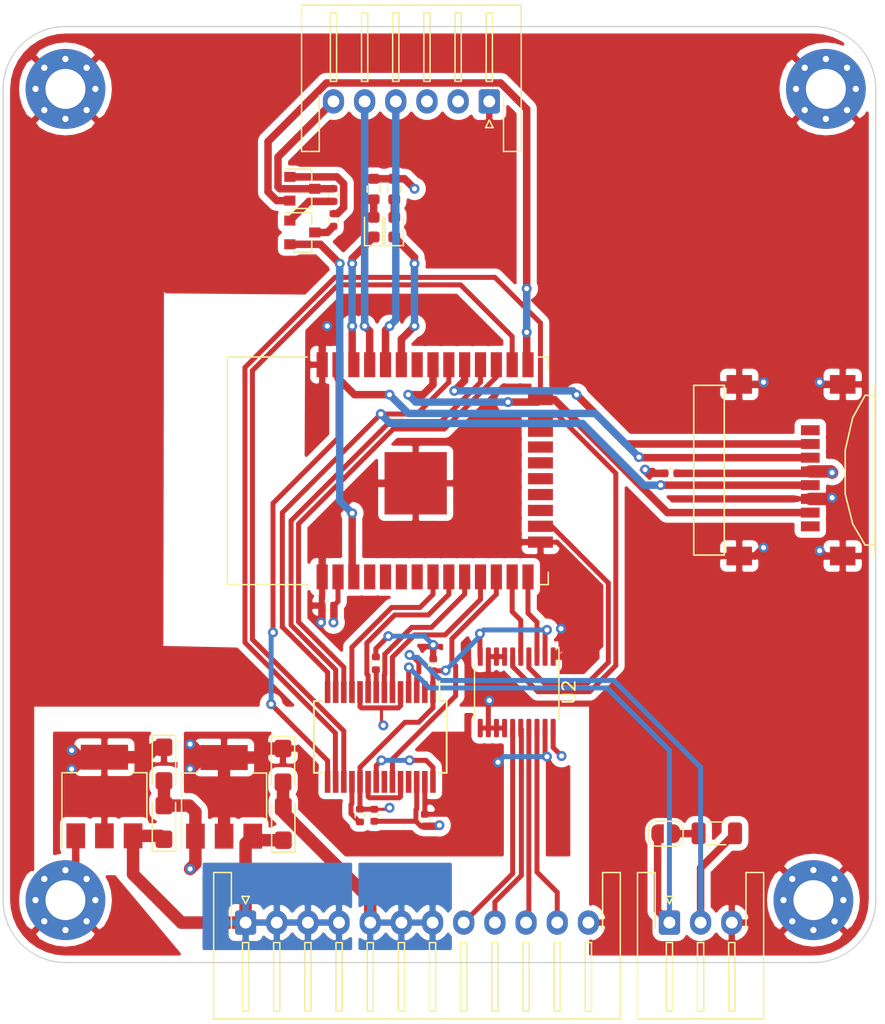
<source format=kicad_pcb>
(kicad_pcb (version 20171130) (host pcbnew 5.1.10)
  (layers (0 F.Cu signal) (1 In1.Cu power hide) (2 In2.Cu power hide) (31 B.Cu signal hide) (34 B.Paste user) (35 F.Paste user) (36 B.SilkS user) (37 F.SilkS user) (38 B.Mask user) (39 F.Mask user) (44 Edge.Cuts user))
  (net 0 "")
  (net 1 GND)
  (net 2 +12V)
  (net 3 +3V3)
  (net 4 +5V)
  (net 5 "Net-(D1-Pad2)")
  (net 6 /STATUS0)
  (net 7 /STATUS1)
  (net 8 "Net-(D2-Pad2)")
  (net 9 /SD_D3)
  (net 10 /SD_CMD)
  (net 11 /SD_CLK)
  (net 12 /SD_D0)
  (net 13 /FTDI_TX)
  (net 14 /FTDI_RX)
  (net 15 /FTDI_DTR)
  (net 16 /LED0_OUT)
  (net 17 /LED1_OUT)
  (net 18 /LED2_OUT)
  (net 19 /LED3_OUT)
  (net 20 /CANH)
  (net 21 /CANL)
  (net 22 "Net-(JP1-Pad2)")
  (net 23 /FTDI_RTS)
  (net 24 "Net-(Q1-Pad1)")
  (net 25 "Net-(Q2-Pad1)")
  (net 26 "Net-(R5-Pad1)")
  (net 27 "Net-(R6-Pad1)")
  (net 28 /LED0)
  (net 29 /LED1)
  (net 30 /LED2)
  (net 31 /LED3)
  (net 32 /XTAL_OUT)
  (net 33 /CAN_TX0_RTS)
  (net 34 /CAN_TX2_RTS)
  (net 35 /CAN_TX1_RTS)
  (net 36 /CAN_RX1_BF)
  (net 37 /SPI_CS)
  (net 38 /CAN_RX0_BF)
  (net 39 /CAN_INT)
  (net 40 "Net-(U5-Pad20)")
  (net 41 "Net-(U5-Pad21)")
  (net 42 /RESET)
  (net 43 /GPIO0)
  (module MountingHole:MountingHole_3.2mm_M3_Pad_Via (layer F.Cu) (at 85 90)
    (fp_text reference H4)
    (fp_text value MountingHole_Pad)
    (pad 1 thru_hole circle (at 1.697056 -1.697056) (size 0.8 0.8) (drill 0.5) (layers *.Cu *.Mask) (net 1 GND))
    (pad 1 thru_hole circle (at 0 -2.4) (size 0.8 0.8) (drill 0.5) (layers *.Cu *.Mask) (net 1 GND))
    (pad 1 thru_hole circle (at -1.697056 -1.697056) (size 0.8 0.8) (drill 0.5) (layers *.Cu *.Mask) (net 1 GND))
    (pad 1 thru_hole circle (at -2.4 0) (size 0.8 0.8) (drill 0.5) (layers *.Cu *.Mask) (net 1 GND))
    (pad 1 thru_hole circle (at -1.697056 1.697056) (size 0.8 0.8) (drill 0.5) (layers *.Cu *.Mask) (net 1 GND))
    (pad 1 thru_hole circle (at 0 2.4) (size 0.8 0.8) (drill 0.5) (layers *.Cu *.Mask) (net 1 GND))
    (pad 1 thru_hole circle (at 1.697056 1.697056) (size 0.8 0.8) (drill 0.5) (layers *.Cu *.Mask) (net 1 GND))
    (pad 1 thru_hole circle (at 2.4 0) (size 0.8 0.8) (drill 0.5) (layers *.Cu *.Mask) (net 1 GND))
    (pad 1 thru_hole circle (at 0 0) (size 6.4 6.4) (drill 3.2) (layers *.Cu *.Mask) (net 1 GND))
  )
  (module MountingHole:MountingHole_3.2mm_M3_Pad_Via (layer F.Cu) (at 25 90)
    (fp_text reference H3)
    (fp_text value MountingHole_Pad)
    (pad 1 thru_hole circle (at 1.697056 -1.697056) (size 0.8 0.8) (drill 0.5) (layers *.Cu *.Mask) (net 1 GND))
    (pad 1 thru_hole circle (at 0 -2.4) (size 0.8 0.8) (drill 0.5) (layers *.Cu *.Mask) (net 1 GND))
    (pad 1 thru_hole circle (at -1.697056 -1.697056) (size 0.8 0.8) (drill 0.5) (layers *.Cu *.Mask) (net 1 GND))
    (pad 1 thru_hole circle (at -2.4 0) (size 0.8 0.8) (drill 0.5) (layers *.Cu *.Mask) (net 1 GND))
    (pad 1 thru_hole circle (at -1.697056 1.697056) (size 0.8 0.8) (drill 0.5) (layers *.Cu *.Mask) (net 1 GND))
    (pad 1 thru_hole circle (at 0 2.4) (size 0.8 0.8) (drill 0.5) (layers *.Cu *.Mask) (net 1 GND))
    (pad 1 thru_hole circle (at 1.697056 1.697056) (size 0.8 0.8) (drill 0.5) (layers *.Cu *.Mask) (net 1 GND))
    (pad 1 thru_hole circle (at 2.4 0) (size 0.8 0.8) (drill 0.5) (layers *.Cu *.Mask) (net 1 GND))
    (pad 1 thru_hole circle (at 0 0) (size 6.4 6.4) (drill 3.2) (layers *.Cu *.Mask) (net 1 GND))
  )
  (module MountingHole:MountingHole_3.2mm_M3_Pad_Via (layer F.Cu) (at 86 25)
    (fp_text reference H2)
    (fp_text value MountingHole_Pad)
    (pad 1 thru_hole circle (at 1.697056 -1.697056) (size 0.8 0.8) (drill 0.5) (layers *.Cu *.Mask) (net 1 GND))
    (pad 1 thru_hole circle (at 0 -2.4) (size 0.8 0.8) (drill 0.5) (layers *.Cu *.Mask) (net 1 GND))
    (pad 1 thru_hole circle (at -1.697056 -1.697056) (size 0.8 0.8) (drill 0.5) (layers *.Cu *.Mask) (net 1 GND))
    (pad 1 thru_hole circle (at -2.4 0) (size 0.8 0.8) (drill 0.5) (layers *.Cu *.Mask) (net 1 GND))
    (pad 1 thru_hole circle (at -1.697056 1.697056) (size 0.8 0.8) (drill 0.5) (layers *.Cu *.Mask) (net 1 GND))
    (pad 1 thru_hole circle (at 0 2.4) (size 0.8 0.8) (drill 0.5) (layers *.Cu *.Mask) (net 1 GND))
    (pad 1 thru_hole circle (at 1.697056 1.697056) (size 0.8 0.8) (drill 0.5) (layers *.Cu *.Mask) (net 1 GND))
    (pad 1 thru_hole circle (at 2.4 0) (size 0.8 0.8) (drill 0.5) (layers *.Cu *.Mask) (net 1 GND))
    (pad 1 thru_hole circle (at 0 0) (size 6.4 6.4) (drill 3.2) (layers *.Cu *.Mask) (net 1 GND))
  )
  (module MountingHole:MountingHole_3.2mm_M3_Pad_Via (layer F.Cu) (at 25 25)
    (fp_text reference H1)
    (fp_text value MountingHole_Pad)
    (pad 1 thru_hole circle (at 1.697056 -1.697056) (size 0.8 0.8) (drill 0.5) (layers *.Cu *.Mask) (net 1 GND))
    (pad 1 thru_hole circle (at 0 -2.4) (size 0.8 0.8) (drill 0.5) (layers *.Cu *.Mask) (net 1 GND))
    (pad 1 thru_hole circle (at -1.697056 -1.697056) (size 0.8 0.8) (drill 0.5) (layers *.Cu *.Mask) (net 1 GND))
    (pad 1 thru_hole circle (at -2.4 0) (size 0.8 0.8) (drill 0.5) (layers *.Cu *.Mask) (net 1 GND))
    (pad 1 thru_hole circle (at -1.697056 1.697056) (size 0.8 0.8) (drill 0.5) (layers *.Cu *.Mask) (net 1 GND))
    (pad 1 thru_hole circle (at 0 2.4) (size 0.8 0.8) (drill 0.5) (layers *.Cu *.Mask) (net 1 GND))
    (pad 1 thru_hole circle (at 1.697056 1.697056) (size 0.8 0.8) (drill 0.5) (layers *.Cu *.Mask) (net 1 GND))
    (pad 1 thru_hole circle (at 2.4 0) (size 0.8 0.8) (drill 0.5) (layers *.Cu *.Mask) (net 1 GND))
    (pad 1 thru_hole circle (at 0 0) (size 6.4 6.4) (drill 3.2) (layers *.Cu *.Mask) (net 1 GND))
  )
  (module Capacitor_Tantalum_SMD:CP_EIA-3216-18_Kemet-A (layer F.Cu) (at 42.475001 83.85 90)
    (fp_text reference C1)
    (fp_text value 10u)
    (pad 2 smd roundrect (at 1.35 0 90) (size 1.4 1.35) (layers F.Cu F.Paste F.Mask) (roundrect_rratio 0.185185) (net 1 GND))
    (pad 1 smd roundrect (at -1.35 0 90) (size 1.4 1.35) (layers F.Cu F.Paste F.Mask) (roundrect_rratio 0.185185) (net 2 +12V))
  )
  (module Capacitor_Tantalum_SMD:CP_EIA-3216-18_Kemet-A (layer F.Cu) (at 32.9 79.1 270)
    (fp_text reference C2)
    (fp_text value 10u)
    (pad 1 smd roundrect (at -1.35 0 270) (size 1.4 1.35) (layers F.Cu F.Paste F.Mask) (roundrect_rratio 0.185185) (net 3 +3V3))
    (pad 2 smd roundrect (at 1.35 0 270) (size 1.4 1.35) (layers F.Cu F.Paste F.Mask) (roundrect_rratio 0.185185) (net 1 GND))
  )
  (module Capacitor_Tantalum_SMD:CP_EIA-3216-18_Kemet-A (layer F.Cu) (at 32.900001 83.775 90)
    (fp_text reference C3)
    (fp_text value 10u)
    (pad 1 smd roundrect (at -1.35 0 90) (size 1.4 1.35) (layers F.Cu F.Paste F.Mask) (roundrect_rratio 0.185185) (net 2 +12V))
    (pad 2 smd roundrect (at 1.35 0 90) (size 1.4 1.35) (layers F.Cu F.Paste F.Mask) (roundrect_rratio 0.185185) (net 1 GND))
  )
  (module Capacitor_Tantalum_SMD:CP_EIA-3216-18_Kemet-A (layer F.Cu) (at 42.45 79.2 270)
    (fp_text reference C4)
    (fp_text value 10u)
    (pad 2 smd roundrect (at 1.35 0 270) (size 1.4 1.35) (layers F.Cu F.Paste F.Mask) (roundrect_rratio 0.185185) (net 1 GND))
    (pad 1 smd roundrect (at -1.35 0 270) (size 1.4 1.35) (layers F.Cu F.Paste F.Mask) (roundrect_rratio 0.185185) (net 4 +5V))
  )
  (module Capacitor_SMD:C_0402_1005Metric (layer F.Cu) (at 73.574999 55.8)
    (fp_text reference C5)
    (fp_text value 100n)
    (pad 1 smd roundrect (at -0.48 0) (size 0.56 0.62) (layers F.Cu F.Paste F.Mask) (net 1 GND))
    (pad 2 smd roundrect (at 0.48 0) (size 0.56 0.62) (layers F.Cu F.Paste F.Mask) (net 3 +3V3))
  )
  (module Capacitor_SMD:C_0402_1005Metric (layer F.Cu) (at 46.055 66.4)
    (fp_text reference C6)
    (fp_text value 100n)
    (pad 2 smd roundrect (at 0.48 0) (size 0.56 0.62) (layers F.Cu F.Paste F.Mask) (net 3 +3V3))
    (pad 1 smd roundrect (at -0.48 0) (size 0.56 0.62) (layers F.Cu F.Paste F.Mask) (net 1 GND))
  )
  (module Capacitor_SMD:C_0402_1005Metric (layer F.Cu) (at 54.5 71.15 270)
    (fp_text reference C7)
    (fp_text value 100n)
    (pad 2 smd roundrect (at 0.48 0 270) (size 0.56 0.62) (layers F.Cu F.Paste F.Mask) (net 3 +3V3))
    (pad 1 smd roundrect (at -0.48 0 270) (size 0.56 0.62) (layers F.Cu F.Paste F.Mask) (net 1 GND))
  )
  (module Capacitor_SMD:C_0402_1005Metric (layer F.Cu) (at 49.775 83.2 90)
    (fp_text reference C8)
    (fp_text value 100n)
    (pad 1 smd roundrect (at -0.48 0 90) (size 0.56 0.62) (layers F.Cu F.Paste F.Mask) (net 1 GND))
    (pad 2 smd roundrect (at 0.48 0 90) (size 0.56 0.62) (layers F.Cu F.Paste F.Mask) (net 3 +3V3))
  )
  (module Capacitor_SMD:C_0402_1005Metric (layer F.Cu) (at 53.825 83.6 90)
    (fp_text reference C9)
    (fp_text value 100n)
    (pad 2 smd roundrect (at 0.48 0 90) (size 0.56 0.62) (layers F.Cu F.Paste F.Mask) (net 4 +5V))
    (pad 1 smd roundrect (at -0.48 0 90) (size 0.56 0.62) (layers F.Cu F.Paste F.Mask) (net 1 GND))
  )
  (module LED_SMD:LED_0603_1608Metric (layer F.Cu) (at 51.375 36.075 90)
    (fp_text reference D1)
    (fp_text value LED_Small)
    (pad 2 smd roundrect (at 0.7875 0 90) (size 0.875 0.95) (layers F.Cu F.Paste F.Mask) (net 5 "Net-(D1-Pad2)"))
    (pad 1 smd roundrect (at -0.7875 0 90) (size 0.875 0.95) (layers F.Cu F.Paste F.Mask) (net 6 /STATUS0))
  )
  (module LED_SMD:LED_0603_1608Metric (layer F.Cu) (at 49.724999 36.075 90)
    (fp_text reference D2)
    (fp_text value LED_Small)
    (pad 1 smd roundrect (at -0.7875 0 90) (size 0.875 0.95) (layers F.Cu F.Paste F.Mask) (net 7 /STATUS1))
    (pad 2 smd roundrect (at 0.7875 0 90) (size 0.875 0.95) (layers F.Cu F.Paste F.Mask) (net 8 "Net-(D2-Pad2)"))
  )
  (module Connector_SDCard:MOLEX_47219-2001 (layer F.Cu) (at 82.65 55.55 90)
    (fp_text reference J1)
    (fp_text value Micro_SD_Card)
    (pad 1 smd rect (at 3.2 2.1 90) (size 0.8 1.5) (layers F.Cu F.Paste F.Mask))
    (pad 2 smd rect (at 2.1 2.1 90) (size 0.8 1.5) (layers F.Cu F.Paste F.Mask) (net 9 /SD_D3))
    (pad 3 smd rect (at 1 2.1 90) (size 0.8 1.5) (layers F.Cu F.Paste F.Mask) (net 10 /SD_CMD))
    (pad 4 smd rect (at -0.1 2.1 90) (size 0.8 1.5) (layers F.Cu F.Paste F.Mask) (net 3 +3V3))
    (pad 5 smd rect (at -1.2 2.1 90) (size 0.8 1.5) (layers F.Cu F.Paste F.Mask) (net 11 /SD_CLK))
    (pad 6 smd rect (at -2.3 2.1 90) (size 0.8 1.5) (layers F.Cu F.Paste F.Mask) (net 1 GND))
    (pad 7 smd rect (at -3.4 2.1 90) (size 0.8 1.5) (layers F.Cu F.Paste F.Mask) (net 12 /SD_D0))
    (pad 8 smd rect (at -4.5 2.1 90) (size 0.8 1.5) (layers F.Cu F.Paste F.Mask))
    (pad G1 smd rect (at 6.875 4.7 90) (size 1.5 2.05) (layers F.Cu F.Paste F.Mask) (net 1 GND))
    (pad G2 smd rect (at 6.875 -3.6 90) (size 1.5 2.05) (layers F.Cu F.Paste F.Mask) (net 1 GND))
    (pad G3 smd rect (at -6.875 -3.6 90) (size 1.5 2.05) (layers F.Cu F.Paste F.Mask) (net 1 GND))
    (pad G4 smd rect (at -6.875 4.7 90) (size 1.5 2.05) (layers F.Cu F.Paste F.Mask) (net 1 GND))
  )
  (module Connector_JST:JST_XH_S6B-XH-A-1_1x06_P2.50mm_Horizontal (layer F.Cu) (at 59 26 180)
    (fp_text reference J2)
    (fp_text value FTDI)
    (pad 1 thru_hole roundrect (at 0 0 180) (size 1.7 1.95) (drill 0.95) (layers *.Cu *.Mask) (roundrect_rratio 0.147059) (net 1 GND))
    (pad 2 thru_hole oval (at 2.5 0 180) (size 1.7 1.95) (drill 0.95) (layers *.Cu *.Mask))
    (pad 3 thru_hole oval (at 5 0 180) (size 1.7 1.95) (drill 0.95) (layers *.Cu *.Mask))
    (pad 4 thru_hole oval (at 7.5 0 180) (size 1.7 1.95) (drill 0.95) (layers *.Cu *.Mask) (net 13 /FTDI_TX))
    (pad 5 thru_hole oval (at 10 0 180) (size 1.7 1.95) (drill 0.95) (layers *.Cu *.Mask) (net 14 /FTDI_RX))
    (pad 6 thru_hole oval (at 12.5 0 180) (size 1.7 1.95) (drill 0.95) (layers *.Cu *.Mask) (net 15 /FTDI_DTR))
  )
  (module Connector_JST:JST_XH_S12B-XH-A-1_1x12_P2.50mm_Horizontal (layer F.Cu) (at 39.45 91.8)
    (fp_text reference J3)
    (fp_text value LEDS)
    (pad 1 thru_hole roundrect (at 0 0) (size 1.7 1.95) (drill 0.95) (layers *.Cu *.Mask) (roundrect_rratio 0.147059) (net 2 +12V))
    (pad 2 thru_hole oval (at 2.5 0) (size 1.7 1.95) (drill 0.95) (layers *.Cu *.Mask) (net 2 +12V))
    (pad 3 thru_hole oval (at 5 0) (size 1.7 1.95) (drill 0.95) (layers *.Cu *.Mask) (net 2 +12V))
    (pad 4 thru_hole oval (at 7.5 0) (size 1.7 1.95) (drill 0.95) (layers *.Cu *.Mask) (net 2 +12V))
    (pad 5 thru_hole oval (at 10 0) (size 1.7 1.95) (drill 0.95) (layers *.Cu *.Mask) (net 1 GND))
    (pad 6 thru_hole oval (at 12.5 0) (size 1.7 1.95) (drill 0.95) (layers *.Cu *.Mask) (net 1 GND))
    (pad 7 thru_hole oval (at 15 0) (size 1.7 1.95) (drill 0.95) (layers *.Cu *.Mask) (net 1 GND))
    (pad 8 thru_hole oval (at 17.5 0) (size 1.7 1.95) (drill 0.95) (layers *.Cu *.Mask) (net 19 /LED3_OUT))
    (pad 9 thru_hole oval (at 20 0) (size 1.7 1.95) (drill 0.95) (layers *.Cu *.Mask) (net 18 /LED2_OUT))
    (pad 10 thru_hole oval (at 22.5 0) (size 1.7 1.95) (drill 0.95) (layers *.Cu *.Mask) (net 16 /LED0_OUT))
    (pad 11 thru_hole oval (at 25 0) (size 1.7 1.95) (drill 0.95) (layers *.Cu *.Mask) (net 17 /LED1_OUT))
    (pad 12 thru_hole oval (at 27.5 0) (size 1.7 1.95) (drill 0.95) (layers *.Cu *.Mask) (net 1 GND))
  )
  (module Connector_JST:JST_XH_S3B-XH-A-1_1x03_P2.50mm_Horizontal (layer F.Cu) (at 73.45 91.8)
    (fp_text reference J4)
    (fp_text value CAN)
    (pad 1 thru_hole roundrect (at 0 0) (size 1.7 1.95) (drill 0.95) (layers *.Cu *.Mask) (roundrect_rratio 0.147059) (net 20 /CANH))
    (pad 2 thru_hole oval (at 2.5 0) (size 1.7 1.95) (drill 0.95) (layers *.Cu *.Mask) (net 21 /CANL))
    (pad 3 thru_hole oval (at 5 0) (size 1.7 1.95) (drill 0.95) (layers *.Cu *.Mask) (net 1 GND))
  )
  (module Jumper:SolderJumper-2_P1.3mm_Open_RoundedPad1.0x1.5mm (layer F.Cu) (at 73.15 84.675)
    (fp_text reference JP1)
    (fp_text value Jumper_NO_Small)
    (pad 1 smd custom (at -0.65 0) (size 1 0.5) (layers F.Cu F.Mask) (net 20 /CANH) (options (clearance outline) (anchor rect)) (primitives (gr_circle (center 0 0.25) (end 0.5 0.25) (width 0)) (gr_circle (center 0 -0.25) (end 0.5 -0.25) (width 0)) (gr_poly (pts (xy 0 -0.75) (xy 0.5 -0.75) (xy 0.5 0.75) (xy 0 0.75)) (width 0))))
    (pad 2 smd custom (at 0.65 0) (size 1 0.5) (layers F.Cu F.Mask) (net 22 "Net-(JP1-Pad2)") (options (clearance outline) (anchor rect)) (primitives (gr_circle (center 0 0.25) (end 0.5 0.25) (width 0)) (gr_circle (center 0 -0.25) (end 0.5 -0.25) (width 0)) (gr_poly (pts (xy 0 -0.75) (xy -0.5 -0.75) (xy -0.5 0.75) (xy 0 0.75)) (width 0))))
  )
  (module Package_TO_SOT_SMD:SOT-23 (layer F.Cu) (at 44 36.5)
    (fp_text reference Q1)
    (fp_text value SS8050)
    (pad 3 smd rect (at 1 0) (size 0.9 0.8) (layers F.Cu F.Paste F.Mask) (net 23 /FTDI_RTS))
    (pad 2 smd rect (at -1 0.95) (size 0.9 0.8) (layers F.Cu F.Paste F.Mask) (net 42 /RESET))
    (pad 1 smd rect (at -1 -0.95) (size 0.9 0.8) (layers F.Cu F.Paste F.Mask) (net 24 "Net-(Q1-Pad1)"))
  )
  (module Package_TO_SOT_SMD:SOT-23 (layer F.Cu) (at 44 33)
    (fp_text reference Q2)
    (fp_text value SS8050)
    (pad 1 smd rect (at -1 -0.95) (size 0.9 0.8) (layers F.Cu F.Paste F.Mask) (net 25 "Net-(Q2-Pad1)"))
    (pad 2 smd rect (at -1 0.95) (size 0.9 0.8) (layers F.Cu F.Paste F.Mask) (net 43 /GPIO0))
    (pad 3 smd rect (at 1 0) (size 0.9 0.8) (layers F.Cu F.Paste F.Mask) (net 15 /FTDI_DTR))
  )
  (module Resistor_SMD:R_0402_1005Metric (layer F.Cu) (at 46.5 33.5 90)
    (fp_text reference R1)
    (fp_text value 10k)
    (pad 1 smd roundrect (at -0.51 0 90) (size 0.54 0.64) (layers F.Cu F.Paste F.Mask) (net 24 "Net-(Q1-Pad1)"))
    (pad 2 smd roundrect (at 0.51 0 90) (size 0.54 0.64) (layers F.Cu F.Paste F.Mask) (net 15 /FTDI_DTR))
  )
  (module Resistor_SMD:R_0402_1005Metric (layer F.Cu) (at 46.5 35.5 270)
    (fp_text reference R2)
    (fp_text value 10k)
    (pad 2 smd roundrect (at 0.51 0 270) (size 0.54 0.64) (layers F.Cu F.Paste F.Mask) (net 23 /FTDI_RTS))
    (pad 1 smd roundrect (at -0.51 0 270) (size 0.54 0.64) (layers F.Cu F.Paste F.Mask) (net 25 "Net-(Q2-Pad1)"))
  )
  (module Resistor_SMD:R_0603_1608Metric (layer F.Cu) (at 51.375 33.025 270)
    (fp_text reference R3)
    (fp_text value R_Small)
    (pad 2 smd roundrect (at 0.825 0 270) (size 0.8 0.95) (layers F.Cu F.Paste F.Mask) (net 5 "Net-(D1-Pad2)"))
    (pad 1 smd roundrect (at -0.825 0 270) (size 0.8 0.95) (layers F.Cu F.Paste F.Mask) (net 3 +3V3))
  )
  (module Resistor_SMD:R_0603_1608Metric (layer F.Cu) (at 49.725 33.025 270)
    (fp_text reference R4)
    (fp_text value R_Small)
    (pad 1 smd roundrect (at -0.825 0 270) (size 0.8 0.95) (layers F.Cu F.Paste F.Mask) (net 3 +3V3))
    (pad 2 smd roundrect (at 0.825 0 270) (size 0.8 0.95) (layers F.Cu F.Paste F.Mask) (net 8 "Net-(D2-Pad2)"))
  )
  (module Resistor_SMD:R_0402_1005Metric (layer F.Cu) (at 48.625 83.225 90)
    (fp_text reference R5)
    (fp_text value 10k)
    (pad 2 smd roundrect (at 0.51 0 90) (size 0.54 0.64) (layers F.Cu F.Paste F.Mask) (net 3 +3V3))
    (pad 1 smd roundrect (at -0.51 0 90) (size 0.54 0.64) (layers F.Cu F.Paste F.Mask) (net 26 "Net-(R5-Pad1)"))
  )
  (module Resistor_SMD:R_0402_1005Metric (layer F.Cu) (at 49.9 71.025 90)
    (fp_text reference R6)
    (fp_text value 10k)
    (pad 2 smd roundrect (at 0.51 0 90) (size 0.54 0.64) (layers F.Cu F.Paste F.Mask) (net 1 GND))
    (pad 1 smd roundrect (at -0.51 0 90) (size 0.54 0.64) (layers F.Cu F.Paste F.Mask) (net 27 "Net-(R6-Pad1)"))
  )
  (module Package_TO_SOT_SMD:SOT-223-3_TabPin2 (layer F.Cu) (at 28.125 81.700001 90)
    (fp_text reference U1)
    (fp_text value AMS1117-3.3)
    (pad 1 smd rect (at -3.15 -2.3 90) (size 2 1.5) (layers F.Cu F.Paste F.Mask) (net 1 GND))
    (pad 3 smd rect (at -3.15 2.3 90) (size 2 1.5) (layers F.Cu F.Paste F.Mask) (net 2 +12V))
    (pad 2 smd rect (at -3.15 0 90) (size 2 1.5) (layers F.Cu F.Paste F.Mask) (net 3 +3V3))
    (pad 2 smd rect (at 3.15 0 90) (size 2 3.8) (layers F.Cu F.Paste F.Mask) (net 3 +3V3))
  )
  (module Package_SO:TSSOP-20_4.4x6.5mm_P0.65mm (layer F.Cu) (at 61.2 73.35 270)
    (fp_text reference U2 (at 0 -4.2 90) (layer F.SilkS))
    (fp_text value TXS0108EPW)
    (pad 1 smd roundrect (at -2.8625 -2.925 270) (size 1.475 0.4) (layers F.Cu F.Paste F.Mask) (net 1 GND))
    (pad 2 smd roundrect (at -2.8625 -2.275 270) (size 1.475 0.4) (layers F.Cu F.Paste F.Mask) (net 3 +3V3))
    (pad 3 smd roundrect (at -2.8625 -1.625 270) (size 1.475 0.4) (layers F.Cu F.Paste F.Mask) (net 29 /LED1))
    (pad 4 smd roundrect (at -2.8625 -0.975 270) (size 1.475 0.4) (layers F.Cu F.Paste F.Mask) (net 28 /LED0))
    (pad 5 smd roundrect (at -2.8625 -0.325 270) (size 1.475 0.4) (layers F.Cu F.Paste F.Mask) (net 30 /LED2))
    (pad 6 smd roundrect (at -2.8625 0.325 270) (size 1.475 0.4) (layers F.Cu F.Paste F.Mask) (net 31 /LED3))
    (pad 7 smd roundrect (at -2.8625 0.975 270) (size 1.475 0.4) (layers F.Cu F.Paste F.Mask) (net 1 GND))
    (pad 8 smd roundrect (at -2.8625 1.625 270) (size 1.475 0.4) (layers F.Cu F.Paste F.Mask) (net 1 GND))
    (pad 9 smd roundrect (at -2.8625 2.275 270) (size 1.475 0.4) (layers F.Cu F.Paste F.Mask) (net 1 GND))
    (pad 10 smd roundrect (at -2.8625 2.925 270) (size 1.475 0.4) (layers F.Cu F.Paste F.Mask) (net 3 +3V3))
    (pad 11 smd roundrect (at 2.8625 2.925 270) (size 1.475 0.4) (layers F.Cu F.Paste F.Mask) (net 1 GND))
    (pad 12 smd roundrect (at 2.8625 2.275 270) (size 1.475 0.4) (layers F.Cu F.Paste F.Mask) (net 1 GND))
    (pad 13 smd roundrect (at 2.8625 1.625 270) (size 1.475 0.4) (layers F.Cu F.Paste F.Mask) (net 1 GND))
    (pad 14 smd roundrect (at 2.8625 0.975 270) (size 1.475 0.4) (layers F.Cu F.Paste F.Mask) (net 1 GND))
    (pad 15 smd roundrect (at 2.8625 0.325 270) (size 1.475 0.4) (layers F.Cu F.Paste F.Mask) (net 19 /LED3_OUT))
    (pad 16 smd roundrect (at 2.8625 -0.325 270) (size 1.475 0.4) (layers F.Cu F.Paste F.Mask) (net 18 /LED2_OUT))
    (pad 17 smd roundrect (at 2.8625 -0.975 270) (size 1.475 0.4) (layers F.Cu F.Paste F.Mask) (net 16 /LED0_OUT))
    (pad 18 smd roundrect (at 2.8625 -1.625 270) (size 1.475 0.4) (layers F.Cu F.Paste F.Mask) (net 17 /LED1_OUT))
    (pad 19 smd roundrect (at 2.8625 -2.275 270) (size 1.475 0.4) (layers F.Cu F.Paste F.Mask) (net 4 +5V))
    (pad 20 smd roundrect (at 2.8625 -2.925 270) (size 1.475 0.4) (layers F.Cu F.Paste F.Mask) (net 1 GND))
  )
  (module Package_TO_SOT_SMD:SOT-223-3_TabPin2 (layer F.Cu) (at 37.725 81.725 90)
    (fp_text reference U3)
    (fp_text value AMS1117-5.0)
    (pad 2 smd rect (at 3.15 0 90) (size 2 3.8) (layers F.Cu F.Paste F.Mask) (net 4 +5V))
    (pad 2 smd rect (at -3.15 0 90) (size 2 1.5) (layers F.Cu F.Paste F.Mask) (net 4 +5V))
    (pad 3 smd rect (at -3.15 2.3 90) (size 2 1.5) (layers F.Cu F.Paste F.Mask) (net 2 +12V))
    (pad 1 smd rect (at -3.15 -2.3 90) (size 2 1.5) (layers F.Cu F.Paste F.Mask) (net 1 GND))
  )
  (module RF_Module:ESP32-WROOM-32 (layer F.Cu) (at 53.85 55.6 90)
    (fp_text reference U4)
    (fp_text value ESP32-WROOM-32D)
    (pad 39 smd rect (at -1 -0.755 90) (size 5 5) (layers F.Cu F.Paste F.Mask) (net 1 GND))
    (pad 1 smd rect (at -8.5 -8.255 90) (size 2 0.9) (layers F.Cu F.Paste F.Mask) (net 1 GND))
    (pad 2 smd rect (at -8.5 -6.985 90) (size 2 0.9) (layers F.Cu F.Paste F.Mask) (net 3 +3V3))
    (pad 3 smd rect (at -8.5 -5.715 90) (size 2 0.9) (layers F.Cu F.Paste F.Mask) (net 42 /RESET))
    (pad 4 smd rect (at -8.5 -4.445 90) (size 2 0.9) (layers F.Cu F.Paste F.Mask))
    (pad 5 smd rect (at -8.5 -3.175 90) (size 2 0.9) (layers F.Cu F.Paste F.Mask))
    (pad 6 smd rect (at -8.5 -1.905 90) (size 2 0.9) (layers F.Cu F.Paste F.Mask))
    (pad 7 smd rect (at -8.5 -0.635 90) (size 2 0.9) (layers F.Cu F.Paste F.Mask))
    (pad 8 smd rect (at -8.5 0.635 90) (size 2 0.9) (layers F.Cu F.Paste F.Mask) (net 36 /CAN_RX1_BF))
    (pad 9 smd rect (at -8.5 1.905 90) (size 2 0.9) (layers F.Cu F.Paste F.Mask) (net 32 /XTAL_OUT))
    (pad 10 smd rect (at -8.5 3.175 90) (size 2 0.9) (layers F.Cu F.Paste F.Mask) (net 34 /CAN_TX2_RTS))
    (pad 11 smd rect (at -8.5 4.445 90) (size 2 0.9) (layers F.Cu F.Paste F.Mask) (net 35 /CAN_TX1_RTS))
    (pad 12 smd rect (at -8.5 5.715 90) (size 2 0.9) (layers F.Cu F.Paste F.Mask) (net 33 /CAN_TX0_RTS))
    (pad 13 smd rect (at -8.5 6.985 90) (size 2 0.9) (layers F.Cu F.Paste F.Mask) (net 30 /LED2))
    (pad 14 smd rect (at -8.5 8.255 90) (size 2 0.9) (layers F.Cu F.Paste F.Mask) (net 29 /LED1))
    (pad 15 smd rect (at -5.715 9.255 180) (size 2 0.9) (layers F.Cu F.Paste F.Mask) (net 1 GND))
    (pad 16 smd rect (at -4.445 9.255 180) (size 2 0.9) (layers F.Cu F.Paste F.Mask) (net 28 /LED0))
    (pad 17 smd rect (at -3.175 9.255 180) (size 2 0.9) (layers F.Cu F.Paste F.Mask))
    (pad 18 smd rect (at -1.905 9.255 180) (size 2 0.9) (layers F.Cu F.Paste F.Mask))
    (pad 19 smd rect (at -0.635 9.255 180) (size 2 0.9) (layers F.Cu F.Paste F.Mask))
    (pad 20 smd rect (at 0.635 9.255 180) (size 2 0.9) (layers F.Cu F.Paste F.Mask))
    (pad 21 smd rect (at 1.905 9.255 180) (size 2 0.9) (layers F.Cu F.Paste F.Mask))
    (pad 22 smd rect (at 3.175 9.255 180) (size 2 0.9) (layers F.Cu F.Paste F.Mask))
    (pad 23 smd rect (at 4.445 9.255 180) (size 2 0.9) (layers F.Cu F.Paste F.Mask) (net 31 /LED3))
    (pad 24 smd rect (at 5.715 9.255 180) (size 2 0.9) (layers F.Cu F.Paste F.Mask) (net 12 /SD_D0))
    (pad 25 smd rect (at 8.5 8.255 90) (size 2 0.9) (layers F.Cu F.Paste F.Mask) (net 43 /GPIO0))
    (pad 26 smd rect (at 8.5 6.985 90) (size 2 0.9) (layers F.Cu F.Paste F.Mask) (net 37 /SPI_CS))
    (pad 27 smd rect (at 8.5 5.715 90) (size 2 0.9) (layers F.Cu F.Paste F.Mask) (net 38 /CAN_RX0_BF))
    (pad 28 smd rect (at 8.5 4.445 90) (size 2 0.9) (layers F.Cu F.Paste F.Mask) (net 39 /CAN_INT))
    (pad 29 smd rect (at 8.5 3.175 90) (size 2 0.9) (layers F.Cu F.Paste F.Mask) (net 9 /SD_D3))
    (pad 30 smd rect (at 8.5 1.905 90) (size 2 0.9) (layers F.Cu F.Paste F.Mask) (net 11 /SD_CLK))
    (pad 31 smd rect (at 8.5 0.635 90) (size 2 0.9) (layers F.Cu F.Paste F.Mask) (net 12 /SD_D0))
    (pad 32 smd rect (at 8.5 -0.635 90) (size 2 0.9) (layers F.Cu F.Paste F.Mask))
    (pad 33 smd rect (at 8.5 -1.905 90) (size 2 0.9) (layers F.Cu F.Paste F.Mask) (net 6 /STATUS0))
    (pad 34 smd rect (at 8.5 -3.175 90) (size 2 0.9) (layers F.Cu F.Paste F.Mask) (net 13 /FTDI_TX))
    (pad 35 smd rect (at 8.5 -4.445 90) (size 2 0.9) (layers F.Cu F.Paste F.Mask) (net 14 /FTDI_RX))
    (pad 36 smd rect (at 8.5 -5.715 90) (size 2 0.9) (layers F.Cu F.Paste F.Mask) (net 7 /STATUS1))
    (pad 37 smd rect (at 8.5 -6.985 90) (size 2 0.9) (layers F.Cu F.Paste F.Mask) (net 10 /SD_CMD))
    (pad 38 smd rect (at 8.5 -8.255 90) (size 2 0.9) (layers F.Cu F.Paste F.Mask) (net 1 GND))
  )
  (module Package_SO:SSOP-28_5.3x10.2mm_P0.65mm (layer F.Cu) (at 50.254998 76.925001 270)
    (fp_text reference U5)
    (fp_text value MCP25625-x-SS)
    (pad 28 smd rect (at 3.6 -4.225 270) (size 1.75 0.45) (layers F.Cu F.Paste F.Mask) (net 41 "Net-(U5-Pad21)"))
    (pad 27 smd rect (at 3.6 -3.575 270) (size 1.75 0.45) (layers F.Cu F.Paste F.Mask) (net 4 +5V))
    (pad 26 smd rect (at 3.6 -2.925 270) (size 1.75 0.45) (layers F.Cu F.Paste F.Mask) (net 1 GND))
    (pad 25 smd rect (at 3.6 -2.275 270) (size 1.75 0.45) (layers F.Cu F.Paste F.Mask))
    (pad 24 smd rect (at 3.6 -1.625 270) (size 1.75 0.45) (layers F.Cu F.Paste F.Mask) (net 40 "Net-(U5-Pad20)"))
    (pad 23 smd rect (at 3.6 -0.975 270) (size 1.75 0.45) (layers F.Cu F.Paste F.Mask) (net 33 /CAN_TX0_RTS))
    (pad 22 smd rect (at 3.6 -0.325 270) (size 1.75 0.45) (layers F.Cu F.Paste F.Mask))
    (pad 21 smd rect (at 3.6 0.325 270) (size 1.75 0.45) (layers F.Cu F.Paste F.Mask) (net 41 "Net-(U5-Pad21)"))
    (pad 20 smd rect (at 3.6 0.975 270) (size 1.75 0.45) (layers F.Cu F.Paste F.Mask) (net 40 "Net-(U5-Pad20)"))
    (pad 19 smd rect (at 3.6 1.625 270) (size 1.75 0.45) (layers F.Cu F.Paste F.Mask) (net 3 +3V3))
    (pad 18 smd rect (at 3.6 2.275 270) (size 1.75 0.45) (layers F.Cu F.Paste F.Mask) (net 26 "Net-(R5-Pad1)"))
    (pad 17 smd rect (at 3.6 2.925 270) (size 1.75 0.45) (layers F.Cu F.Paste F.Mask) (net 37 /SPI_CS))
    (pad 16 smd rect (at 3.6 3.575 270) (size 1.75 0.45) (layers F.Cu F.Paste F.Mask) (net 12 /SD_D0))
    (pad 15 smd rect (at 3.6 4.225 270) (size 1.75 0.45) (layers F.Cu F.Paste F.Mask) (net 10 /SD_CMD))
    (pad 14 smd rect (at -3.6 4.225 270) (size 1.75 0.45) (layers F.Cu F.Paste F.Mask) (net 11 /SD_CLK))
    (pad 13 smd rect (at -3.6 3.575 270) (size 1.75 0.45) (layers F.Cu F.Paste F.Mask) (net 39 /CAN_INT))
    (pad 12 smd rect (at -3.6 2.925 270) (size 1.75 0.45) (layers F.Cu F.Paste F.Mask) (net 38 /CAN_RX0_BF))
    (pad 11 smd rect (at -3.6 2.275 270) (size 1.75 0.45) (layers F.Cu F.Paste F.Mask) (net 36 /CAN_RX1_BF))
    (pad 10 smd rect (at -3.6 1.625 270) (size 1.75 0.45) (layers F.Cu F.Paste F.Mask) (net 1 GND))
    (pad 9 smd rect (at -3.6 0.975 270) (size 1.75 0.45) (layers F.Cu F.Paste F.Mask) (net 32 /XTAL_OUT))
    (pad 8 smd rect (at -3.6 0.325 270) (size 1.75 0.45) (layers F.Cu F.Paste F.Mask) (net 27 "Net-(R6-Pad1)"))
    (pad 7 smd rect (at -3.6 -0.325 270) (size 1.75 0.45) (layers F.Cu F.Paste F.Mask) (net 34 /CAN_TX2_RTS))
    (pad 6 smd rect (at -3.6 -0.975 270) (size 1.75 0.45) (layers F.Cu F.Paste F.Mask) (net 35 /CAN_TX1_RTS))
    (pad 5 smd rect (at -3.6 -1.625 270) (size 1.75 0.45) (layers F.Cu F.Paste F.Mask) (net 1 GND))
    (pad 4 smd rect (at -3.6 -2.275 270) (size 1.75 0.45) (layers F.Cu F.Paste F.Mask) (net 20 /CANH))
    (pad 3 smd rect (at -3.6 -2.925 270) (size 1.75 0.45) (layers F.Cu F.Paste F.Mask) (net 21 /CANL))
    (pad 2 smd rect (at -3.6 -3.575 270) (size 1.75 0.45) (layers F.Cu F.Paste F.Mask))
    (pad 1 smd rect (at -3.6 -4.225 270) (size 1.75 0.45) (layers F.Cu F.Paste F.Mask) (net 3 +3V3))
  )
  (module Resistor_SMD:R_1206_3216Metric (layer F.Cu) (at 77.25 84.65)
    (fp_text reference R7)
    (fp_text value 120)
    (pad 1 smd roundrect (at -1.4625 0) (size 1.125 1.75) (layers F.Cu F.Paste F.Mask) (roundrect_rratio 0.222222) (net 22 "Net-(JP1-Pad2)"))
    (pad 2 smd roundrect (at 1.4625 0) (size 1.125 1.75) (layers F.Cu F.Paste F.Mask) (roundrect_rratio 0.222222) (net 21 /CANL))
  )
  (gr_arc (start 25 90) (end 20 90) (angle -90) (layer Edge.Cuts) (width 0.1))
  (gr_arc (start 85 90) (end 85 95) (angle -90) (layer Edge.Cuts) (width 0.1))
  (gr_arc (start 85 25) (end 90 25) (angle -90) (layer Edge.Cuts) (width 0.1))
  (gr_arc (start 25 25) (end 25 20) (angle -90) (layer Edge.Cuts) (width 0.1))
  (gr_line (start 90 25) (end 90 90) (layer Edge.Cuts) (width 0.1))
  (gr_line (start 25 20) (end 85 20) (layer Edge.Cuts) (width 0.1))
  (gr_line (start 20 90) (end 20 25) (layer Edge.Cuts) (width 0.1))
  (gr_line (start 85 95) (end 25 95) (layer Edge.Cuts) (width 0.1))
  (via (at 50.9 68.85) (size 0.8) (drill 0.4) (layers F.Cu B.Cu) (net 1))
  (segment (start 49.9 69.85) (end 50.9 68.85) (width 0.4) (layer F.Cu) (net 1))
  (segment (start 49.9 70.515) (end 49.9 69.85) (width 0.4) (layer F.Cu) (net 1))
  (segment (start 53.8 68.85) (end 54.5 69.55) (width 0.4) (layer B.Cu) (net 1))
  (via (at 54.5 69.55) (size 0.8) (drill 0.4) (layers F.Cu B.Cu) (net 1))
  (segment (start 50.9 68.85) (end 53.8 68.85) (width 0.4) (layer B.Cu) (net 1))
  (segment (start 54.5 69.55) (end 54.5 70.67) (width 0.4) (layer F.Cu) (net 1))
  (segment (start 45.595 66.38) (end 45.575 66.4) (width 0.4) (layer F.Cu) (net 1))
  (segment (start 45.595 64.1) (end 45.595 66.38) (width 0.4) (layer F.Cu) (net 1))
  (segment (start 51.879998 74.420002) (end 51.879998 73.325001) (width 0.4) (layer F.Cu) (net 1))
  (segment (start 51.699998 74.600002) (end 51.879998 74.420002) (width 0.4) (layer F.Cu) (net 1))
  (segment (start 48.629998 74.495003) (end 48.734997 74.600002) (width 0.4) (layer F.Cu) (net 1))
  (segment (start 48.629998 73.325001) (end 48.629998 74.495003) (width 0.4) (layer F.Cu) (net 1))
  (via (at 64.8 78.45) (size 0.8) (drill 0.4) (layers F.Cu B.Cu) (net 1))
  (segment (start 64.125 77.775) (end 64.8 78.45) (width 0.4) (layer F.Cu) (net 1))
  (segment (start 64.125 76.2125) (end 64.125 77.775) (width 0.4) (layer F.Cu) (net 1))
  (segment (start 53.515 84.08) (end 53.825 84.08) (width 0.4) (layer F.Cu) (net 1))
  (segment (start 53.11499 83.67999) (end 53.515 84.08) (width 0.4) (layer F.Cu) (net 1))
  (segment (start 53.11499 82.756318) (end 53.11499 83.67999) (width 0.4) (layer F.Cu) (net 1))
  (segment (start 53.179998 82.69131) (end 53.11499 82.756318) (width 0.4) (layer F.Cu) (net 1))
  (segment (start 53.179998 80.525001) (end 53.179998 82.69131) (width 0.4) (layer F.Cu) (net 1))
  (segment (start 53.11498 83.68) (end 53.11499 83.67999) (width 0.4) (layer F.Cu) (net 1))
  (segment (start 49.775 83.68) (end 53.11498 83.68) (width 0.4) (layer F.Cu) (net 1))
  (segment (start 60.225 76.2125) (end 58.275 76.2125) (width 0.4) (layer F.Cu) (net 1))
  (segment (start 58.925 70.4875) (end 60.225 70.4875) (width 0.4) (layer F.Cu) (net 1))
  (segment (start 64.42646 61.315) (end 63.105 61.315) (width 0.4) (layer F.Cu) (net 1))
  (segment (start 67.94998 64.83852) (end 64.42646 61.315) (width 0.4) (layer F.Cu) (net 1))
  (segment (start 67.94998 69.6) (end 67.94998 64.83852) (width 0.4) (layer F.Cu) (net 1))
  (segment (start 67.06248 70.4875) (end 67.94998 69.6) (width 0.4) (layer F.Cu) (net 1))
  (segment (start 64.125 70.4875) (end 67.06248 70.4875) (width 0.4) (layer F.Cu) (net 1))
  (via (at 45.5 67.75) (size 0.8) (drill 0.4) (layers F.Cu B.Cu) (net 1))
  (via (at 50.5 76) (size 0.8) (drill 0.4) (layers F.Cu B.Cu) (net 1))
  (segment (start 50.350002 74.600002) (end 50.350002 75.850002) (width 0.25) (layer F.Cu) (net 1))
  (segment (start 48.734997 74.600002) (end 50.350002 74.600002) (width 0.4) (layer F.Cu) (net 1))
  (segment (start 50.350002 75.850002) (end 50.5 76) (width 0.25) (layer F.Cu) (net 1))
  (segment (start 50.350002 74.600002) (end 51.699998 74.600002) (width 0.4) (layer F.Cu) (net 1))
  (via (at 46 44) (size 0.8) (drill 0.4) (layers F.Cu B.Cu) (net 1))
  (segment (start 45.595 44.405) (end 46 44) (width 0.6) (layer F.Cu) (net 1))
  (segment (start 45.595 47.1) (end 45.595 44.405) (width 0.6) (layer F.Cu) (net 1))
  (segment (start 45.595 60.072998) (end 45.595 64.1) (width 0.6) (layer F.Cu) (net 1))
  (segment (start 49.067998 56.6) (end 45.595 60.072998) (width 0.6) (layer F.Cu) (net 1))
  (segment (start 53.095 56.6) (end 49.067998 56.6) (width 0.6) (layer F.Cu) (net 1))
  (segment (start 45.575 67.675) (end 45.5 67.75) (width 0.6) (layer F.Cu) (net 1))
  (segment (start 45.575 66.4) (end 45.575 67.675) (width 0.6) (layer F.Cu) (net 1))
  (via (at 59 74) (size 0.8) (drill 0.4) (layers F.Cu B.Cu) (net 1))
  (segment (start 58.925 73.925) (end 59 74) (width 0.4) (layer F.Cu) (net 1))
  (segment (start 58.925 70.4875) (end 58.925 73.925) (width 0.4) (layer F.Cu) (net 1))
  (segment (start 58.925 74.075) (end 59 74) (width 0.4) (layer F.Cu) (net 1))
  (segment (start 58.925 76.2125) (end 58.925 74.075) (width 0.4) (layer F.Cu) (net 1))
  (via (at 64.75 68.25) (size 0.8) (drill 0.4) (layers F.Cu B.Cu) (net 1))
  (segment (start 64.75 69.8625) (end 64.75 68.25) (width 0.4) (layer F.Cu) (net 1))
  (segment (start 64.125 70.4875) (end 64.75 69.8625) (width 0.4) (layer F.Cu) (net 1))
  (segment (start 32.9 82.424999) (end 32.900001 82.425) (width 1) (layer F.Cu) (net 1))
  (segment (start 32.9 80.45) (end 32.9 82.424999) (width 1) (layer F.Cu) (net 1))
  (segment (start 35.425 84.875) (end 35.425 82.925) (width 1) (layer F.Cu) (net 1))
  (segment (start 34.925 82.425) (end 32.900001 82.425) (width 1) (layer F.Cu) (net 1))
  (segment (start 35.425 82.925) (end 34.925 82.425) (width 1) (layer F.Cu) (net 1))
  (via (at 35 87.5) (size 0.8) (drill 0.4) (layers F.Cu B.Cu) (net 1))
  (segment (start 35.425 87.075) (end 35 87.5) (width 1) (layer F.Cu) (net 1))
  (segment (start 35.425 84.875) (end 35.425 87.075) (width 1) (layer F.Cu) (net 1))
  (segment (start 42.45 82.474999) (end 42.475001 82.5) (width 1) (layer F.Cu) (net 1))
  (segment (start 42.45 80.55) (end 42.45 82.474999) (width 1) (layer F.Cu) (net 1))
  (segment (start 42.475001 82.5) (end 42.475001 82.975001) (width 1) (layer F.Cu) (net 1))
  (segment (start 49.45 89.95) (end 49.45 91.8) (width 1) (layer F.Cu) (net 1))
  (segment (start 42.475001 82.975001) (end 49.45 89.95) (width 1) (layer F.Cu) (net 1))
  (segment (start 54.92 84.08) (end 55 84) (width 0.6) (layer F.Cu) (net 1))
  (via (at 55 84) (size 0.8) (drill 0.4) (layers F.Cu B.Cu) (net 1))
  (segment (start 53.825 84.08) (end 54.92 84.08) (width 0.6) (layer F.Cu) (net 1))
  (segment (start 25.825 89.175) (end 25 90) (width 0.6) (layer F.Cu) (net 1))
  (segment (start 25.825 84.850001) (end 25.825 89.175) (width 0.6) (layer F.Cu) (net 1))
  (via (at 71.5 55.5) (size 0.8) (drill 0.4) (layers F.Cu B.Cu) (net 1))
  (segment (start 71.8 55.8) (end 71.5 55.5) (width 0.6) (layer F.Cu) (net 1))
  (segment (start 73.094999 55.8) (end 71.8 55.8) (width 0.6) (layer F.Cu) (net 1))
  (via (at 81 48.5) (size 0.8) (drill 0.4) (layers F.Cu B.Cu) (net 1))
  (segment (start 80.825 48.675) (end 81 48.5) (width 0.6) (layer F.Cu) (net 1))
  (segment (start 79.05 48.675) (end 80.825 48.675) (width 0.6) (layer F.Cu) (net 1))
  (via (at 85.5 48.5) (size 0.8) (drill 0.4) (layers F.Cu B.Cu) (net 1))
  (segment (start 85.675 48.675) (end 85.5 48.5) (width 0.6) (layer F.Cu) (net 1))
  (segment (start 87.35 48.675) (end 85.675 48.675) (width 0.6) (layer F.Cu) (net 1))
  (via (at 85.5 62) (size 0.8) (drill 0.4) (layers F.Cu B.Cu) (net 1))
  (segment (start 85.925 62.425) (end 85.5 62) (width 0.6) (layer F.Cu) (net 1))
  (segment (start 87.35 62.425) (end 85.925 62.425) (width 0.6) (layer F.Cu) (net 1))
  (via (at 81 61.75) (size 0.8) (drill 0.4) (layers F.Cu B.Cu) (net 1))
  (segment (start 80.325 62.425) (end 81 61.75) (width 0.6) (layer F.Cu) (net 1))
  (segment (start 79.05 62.425) (end 80.325 62.425) (width 0.6) (layer F.Cu) (net 1))
  (via (at 86.5 57.75) (size 0.8) (drill 0.4) (layers F.Cu B.Cu) (net 1))
  (segment (start 86.4 57.85) (end 86.5 57.75) (width 1) (layer F.Cu) (net 1))
  (segment (start 84.75 57.85) (end 86.4 57.85) (width 1) (layer F.Cu) (net 1))
  (segment (start 39.45 85.45) (end 40.025 84.875) (width 1) (layer F.Cu) (net 2))
  (segment (start 39.45 91.8) (end 39.45 85.45) (width 1) (layer F.Cu) (net 2))
  (segment (start 30.425 84.850001) (end 30.425 87.925) (width 1) (layer F.Cu) (net 2))
  (segment (start 34.3 91.8) (end 39.45 91.8) (width 1) (layer F.Cu) (net 2))
  (segment (start 30.425 87.925) (end 34.3 91.8) (width 1) (layer F.Cu) (net 2))
  (segment (start 40.35 85.2) (end 40.025 84.875) (width 1) (layer F.Cu) (net 2))
  (segment (start 42.475001 85.2) (end 40.35 85.2) (width 1) (layer F.Cu) (net 2))
  (segment (start 32.625002 84.850001) (end 32.900001 85.125) (width 1) (layer F.Cu) (net 2))
  (segment (start 30.425 84.850001) (end 32.625002 84.850001) (width 1) (layer F.Cu) (net 2))
  (segment (start 46.865 66.07) (end 46.535 66.4) (width 0.4) (layer F.Cu) (net 3))
  (segment (start 46.865 64.1) (end 46.865 66.07) (width 0.4) (layer F.Cu) (net 3))
  (segment (start 54.479998 74.600001) (end 53.329999 75.75) (width 0.4) (layer F.Cu) (net 3))
  (segment (start 54.479998 73.325001) (end 54.479998 74.600001) (width 0.4) (layer F.Cu) (net 3))
  (segment (start 48.629998 79.354999) (end 48.629998 80.525001) (width 0.4) (layer F.Cu) (net 3))
  (segment (start 52.234997 75.75) (end 48.629998 79.354999) (width 0.4) (layer F.Cu) (net 3))
  (segment (start 53.329999 75.75) (end 52.234997 75.75) (width 0.4) (layer F.Cu) (net 3))
  (segment (start 49.77 82.715) (end 49.775 82.72) (width 0.4) (layer F.Cu) (net 3))
  (segment (start 48.625 82.715) (end 49.77 82.715) (width 0.4) (layer F.Cu) (net 3))
  (segment (start 48.625 80.529999) (end 48.629998 80.525001) (width 0.4) (layer F.Cu) (net 3))
  (segment (start 48.625 82.715) (end 48.625 80.529999) (width 0.4) (layer F.Cu) (net 3))
  (segment (start 54.479998 71.650002) (end 54.5 71.63) (width 0.4) (layer F.Cu) (net 3))
  (segment (start 54.479998 73.325001) (end 54.479998 71.650002) (width 0.4) (layer F.Cu) (net 3))
  (via (at 55.5 71.6) (size 0.8) (drill 0.4) (layers F.Cu B.Cu) (net 3))
  (segment (start 55.47 71.63) (end 55.5 71.6) (width 0.4) (layer F.Cu) (net 3))
  (segment (start 54.5 71.63) (end 55.47 71.63) (width 0.4) (layer F.Cu) (net 3))
  (via (at 58.25 68.65) (size 0.8) (drill 0.4) (layers F.Cu B.Cu) (net 3))
  (segment (start 58.25 68.85) (end 58.25 68.65) (width 0.4) (layer B.Cu) (net 3))
  (segment (start 55.5 71.6) (end 58.25 68.85) (width 0.4) (layer B.Cu) (net 3))
  (segment (start 58.25 70.4625) (end 58.275 70.4875) (width 0.4) (layer F.Cu) (net 3))
  (segment (start 58.25 68.65) (end 58.25 70.4625) (width 0.4) (layer F.Cu) (net 3))
  (via (at 63.625 68.35) (size 0.8) (drill 0.4) (layers F.Cu B.Cu) (net 3))
  (segment (start 63.475 68.5) (end 63.625 68.35) (width 0.4) (layer F.Cu) (net 3))
  (segment (start 63.475 70.4875) (end 63.475 68.5) (width 0.4) (layer F.Cu) (net 3))
  (segment (start 58.55 68.35) (end 58.25 68.65) (width 0.4) (layer B.Cu) (net 3))
  (segment (start 63.625 68.35) (end 58.55 68.35) (width 0.4) (layer B.Cu) (net 3))
  (segment (start 51.375 32.2) (end 49.725 32.2) (width 0.6) (layer F.Cu) (net 3))
  (via (at 53 33) (size 0.8) (drill 0.4) (layers F.Cu B.Cu) (net 3))
  (segment (start 52.2 32.2) (end 53 33) (width 0.6) (layer F.Cu) (net 3))
  (segment (start 51.375 32.2) (end 52.2 32.2) (width 0.6) (layer F.Cu) (net 3))
  (segment (start 84.6 55.8) (end 84.75 55.65) (width 0.6) (layer F.Cu) (net 3))
  (segment (start 74.054999 55.8) (end 84.6 55.8) (width 0.6) (layer F.Cu) (net 3))
  (via (at 46.5 67.75) (size 0.8) (drill 0.4) (layers F.Cu B.Cu) (net 3))
  (via (at 51 82.600002) (size 0.8) (drill 0.4) (layers F.Cu B.Cu) (net 3))
  (segment (start 50.880002 82.72) (end 51 82.600002) (width 0.25) (layer F.Cu) (net 3))
  (segment (start 49.775 82.72) (end 50.880002 82.72) (width 0.25) (layer F.Cu) (net 3))
  (segment (start 46.535 67.715) (end 46.5 67.75) (width 0.6) (layer F.Cu) (net 3))
  (segment (start 46.535 66.4) (end 46.535 67.715) (width 0.6) (layer F.Cu) (net 3))
  (segment (start 32.9 77.75) (end 32.25 77.75) (width 1) (layer F.Cu) (net 3))
  (segment (start 31.449999 78.550001) (end 28.125 78.550001) (width 1) (layer F.Cu) (net 3))
  (segment (start 32.25 77.75) (end 31.449999 78.550001) (width 1) (layer F.Cu) (net 3))
  (via (at 25.5 78) (size 0.8) (drill 0.4) (layers F.Cu B.Cu) (net 3))
  (segment (start 26.050001 78.550001) (end 25.5 78) (width 1) (layer F.Cu) (net 3))
  (segment (start 28.125 78.550001) (end 26.050001 78.550001) (width 1) (layer F.Cu) (net 3))
  (via (at 25.5 79.5) (size 0.8) (drill 0.4) (layers F.Cu B.Cu) (net 3))
  (segment (start 26.449999 78.550001) (end 25.5 79.5) (width 1) (layer F.Cu) (net 3))
  (segment (start 28.125 78.550001) (end 26.449999 78.550001) (width 1) (layer F.Cu) (net 3))
  (segment (start 25.5 79.5) (end 25.5 78) (width 1) (layer F.Cu) (net 3))
  (via (at 86.5 55.75) (size 0.8) (drill 0.4) (layers F.Cu B.Cu) (net 3))
  (segment (start 86.4 55.65) (end 86.5 55.75) (width 1) (layer F.Cu) (net 3))
  (segment (start 84.75 55.65) (end 86.4 55.65) (width 1) (layer F.Cu) (net 3))
  (segment (start 53.829998 83.115002) (end 53.825 83.12) (width 0.4) (layer F.Cu) (net 4))
  (segment (start 53.829998 80.525001) (end 53.829998 83.115002) (width 0.4) (layer F.Cu) (net 4))
  (via (at 63.625 78.5) (size 0.8) (drill 0.4) (layers F.Cu B.Cu) (net 4))
  (segment (start 63.475 78.35) (end 63.625 78.5) (width 0.4) (layer F.Cu) (net 4))
  (segment (start 63.475 76.2125) (end 63.475 78.35) (width 0.4) (layer F.Cu) (net 4))
  (segment (start 60.15 78.5) (end 59.7 78.95) (width 0.4) (layer B.Cu) (net 4))
  (via (at 59.7 78.95) (size 0.8) (drill 0.4) (layers F.Cu B.Cu) (net 4))
  (segment (start 63.625 78.5) (end 60.15 78.5) (width 0.4) (layer B.Cu) (net 4))
  (segment (start 55.53 83.12) (end 53.825 83.12) (width 0.4) (layer F.Cu) (net 4))
  (segment (start 59.7 78.95) (end 55.53 83.12) (width 0.4) (layer F.Cu) (net 4))
  (segment (start 37.725 84.875) (end 37.725 78.575) (width 1) (layer F.Cu) (net 4))
  (segment (start 42.45 77.85) (end 41.15 77.85) (width 1) (layer F.Cu) (net 4))
  (segment (start 40.425 78.575) (end 37.725 78.575) (width 1) (layer F.Cu) (net 4))
  (segment (start 41.15 77.85) (end 40.425 78.575) (width 1) (layer F.Cu) (net 4))
  (via (at 35 77.5) (size 0.8) (drill 0.4) (layers F.Cu B.Cu) (net 4))
  (segment (start 36.075 78.575) (end 35 77.5) (width 1) (layer F.Cu) (net 4))
  (segment (start 37.725 78.575) (end 36.075 78.575) (width 1) (layer F.Cu) (net 4))
  (segment (start 37.725 78.575) (end 35.925 78.575) (width 1) (layer F.Cu) (net 4))
  (via (at 35 79.5) (size 0.8) (drill 0.4) (layers F.Cu B.Cu) (net 4))
  (segment (start 35.925 78.575) (end 35 79.5) (width 1) (layer F.Cu) (net 4))
  (segment (start 35 79.5) (end 35 77.5) (width 1) (layer F.Cu) (net 4))
  (segment (start 51.375 35.2875) (end 51.375 33.85) (width 0.6) (layer F.Cu) (net 5))
  (via (at 53 44) (size 0.8) (drill 0.4) (layers F.Cu B.Cu) (net 6))
  (segment (start 51.945 45.055) (end 53 44) (width 0.6) (layer F.Cu) (net 6))
  (segment (start 51.945 47.1) (end 51.945 45.055) (width 0.6) (layer F.Cu) (net 6))
  (via (at 53 39) (size 0.8) (drill 0.4) (layers F.Cu B.Cu) (net 6))
  (segment (start 53 44) (end 53 39) (width 0.6) (layer B.Cu) (net 6))
  (segment (start 53 38.4875) (end 51.375 36.8625) (width 0.6) (layer F.Cu) (net 6))
  (segment (start 53 39) (end 53 38.4875) (width 0.6) (layer F.Cu) (net 6))
  (via (at 48 44) (size 0.8) (drill 0.4) (layers F.Cu B.Cu) (net 7))
  (segment (start 48 46.965) (end 48 44) (width 0.6) (layer F.Cu) (net 7))
  (segment (start 48.135 47.1) (end 48 46.965) (width 0.6) (layer F.Cu) (net 7))
  (via (at 48 39) (size 0.8) (drill 0.4) (layers F.Cu B.Cu) (net 7))
  (segment (start 48 44) (end 48 39) (width 0.6) (layer B.Cu) (net 7))
  (segment (start 48 38.587499) (end 49.724999 36.8625) (width 0.6) (layer F.Cu) (net 7))
  (segment (start 48 39) (end 48 38.587499) (width 0.6) (layer F.Cu) (net 7))
  (segment (start 49.724999 33.850001) (end 49.725 33.85) (width 0.6) (layer F.Cu) (net 8))
  (segment (start 49.724999 35.2875) (end 49.724999 33.850001) (width 0.6) (layer F.Cu) (net 8))
  (via (at 56.193186 49.193186) (size 0.8) (drill 0.4) (layers F.Cu B.Cu) (net 9))
  (segment (start 57.025 48.361372) (end 56.193186 49.193186) (width 0.6) (layer F.Cu) (net 9))
  (segment (start 57.025 47.1) (end 57.025 48.361372) (width 0.6) (layer F.Cu) (net 9))
  (via (at 66 49.5) (size 0.8) (drill 0.4) (layers F.Cu B.Cu) (net 9))
  (segment (start 65.693186 49.193186) (end 66 49.5) (width 0.6) (layer B.Cu) (net 9))
  (segment (start 56.193186 49.193186) (end 65.693186 49.193186) (width 0.6) (layer B.Cu) (net 9))
  (segment (start 69.95 53.45) (end 84.75 53.45) (width 0.6) (layer F.Cu) (net 9))
  (segment (start 66 49.5) (end 69.95 53.45) (width 0.6) (layer F.Cu) (net 9))
  (via (at 41.5 74.3) (size 0.8) (drill 0.4) (layers F.Cu B.Cu) (net 10))
  (segment (start 46.029998 78.829998) (end 41.5 74.3) (width 0.4) (layer F.Cu) (net 10))
  (segment (start 46.029998 80.525001) (end 46.029998 78.829998) (width 0.4) (layer F.Cu) (net 10))
  (via (at 41.65 68.55) (size 0.8) (drill 0.4) (layers F.Cu B.Cu) (net 10))
  (segment (start 41.5 68.7) (end 41.65 68.55) (width 0.4) (layer B.Cu) (net 10))
  (segment (start 41.5 74.3) (end 41.5 68.7) (width 0.4) (layer B.Cu) (net 10))
  (segment (start 41.65 68.55) (end 41.65 58.2) (width 0.4) (layer F.Cu) (net 10))
  (segment (start 46.865 52.985) (end 46.865 47.1) (width 0.4) (layer F.Cu) (net 10))
  (segment (start 41.65 58.2) (end 46.865 52.985) (width 0.4) (layer F.Cu) (net 10))
  (segment (start 71.05 54.55) (end 71 54.5) (width 0.6) (layer F.Cu) (net 10))
  (via (at 71 54.5) (size 0.8) (drill 0.4) (layers F.Cu B.Cu) (net 10))
  (segment (start 84.75 54.55) (end 71.05 54.55) (width 0.6) (layer F.Cu) (net 10))
  (segment (start 71 54.5) (end 67.5 51) (width 0.6) (layer B.Cu) (net 10))
  (via (at 51 49.5) (size 0.8) (drill 0.4) (layers F.Cu B.Cu) (net 10))
  (segment (start 52.5 51) (end 51 49.5) (width 0.6) (layer B.Cu) (net 10))
  (segment (start 67.5 51) (end 52.5 51) (width 0.6) (layer B.Cu) (net 10))
  (segment (start 46.865 48.180002) (end 46.865 47.1) (width 0.6) (layer F.Cu) (net 10))
  (segment (start 48.184998 49.5) (end 46.865 48.180002) (width 0.6) (layer F.Cu) (net 10))
  (segment (start 51 49.5) (end 48.184998 49.5) (width 0.6) (layer F.Cu) (net 10))
  (segment (start 46.029998 71.745996) (end 42.4 68.115998) (width 0.4) (layer F.Cu) (net 11))
  (segment (start 46.029998 73.325001) (end 46.029998 71.745996) (width 0.4) (layer F.Cu) (net 11))
  (segment (start 42.4 68.115998) (end 42.4 58.95) (width 0.4) (layer F.Cu) (net 11))
  (segment (start 42.4 58.95) (end 50.3 51.05) (width 0.4) (layer F.Cu) (net 11))
  (segment (start 55.755 48.5) (end 55.755 47.1) (width 0.4) (layer F.Cu) (net 11))
  (segment (start 53.205 51.05) (end 55.755 48.5) (width 0.4) (layer F.Cu) (net 11))
  (segment (start 50.3 51.05) (end 53.205 51.05) (width 0.4) (layer F.Cu) (net 11))
  (segment (start 84.75 56.75) (end 72.75 56.75) (width 0.6) (layer F.Cu) (net 11))
  (via (at 50.3 51.05) (size 0.8) (drill 0.4) (layers F.Cu B.Cu) (net 11))
  (via (at 72.75 56.75) (size 0.8) (drill 0.4) (layers F.Cu B.Cu) (net 11))
  (segment (start 50.3 51.05) (end 51.05001 51.80001) (width 0.6) (layer B.Cu) (net 11))
  (segment (start 71.417998 56.75) (end 72.75 56.75) (width 0.6) (layer B.Cu) (net 11))
  (segment (start 66.468008 51.80001) (end 71.417998 56.75) (width 0.6) (layer B.Cu) (net 11))
  (segment (start 51.05001 51.80001) (end 66.468008 51.80001) (width 0.6) (layer B.Cu) (net 11))
  (segment (start 46.62147 40.09999) (end 59.44999 40.09999) (width 0.4) (layer F.Cu) (net 12))
  (segment (start 39.39999 69.363537) (end 39.399991 47.321469) (width 0.4) (layer F.Cu) (net 12))
  (segment (start 39.399991 47.321469) (end 46.62147 40.09999) (width 0.4) (layer F.Cu) (net 12))
  (segment (start 46.654999 76.618546) (end 39.39999 69.363537) (width 0.4) (layer F.Cu) (net 12))
  (segment (start 46.654999 80.505001) (end 46.654999 76.618546) (width 0.4) (layer F.Cu) (net 12))
  (segment (start 46.674999 80.525001) (end 46.654999 80.505001) (width 0.4) (layer F.Cu) (net 12))
  (segment (start 46.679998 80.525001) (end 46.674999 80.525001) (width 0.4) (layer F.Cu) (net 12))
  (segment (start 63.105 43.755) (end 62.125 42.775) (width 0.4) (layer F.Cu) (net 12))
  (segment (start 63.105 49.885) (end 63.105 43.755) (width 0.4) (layer F.Cu) (net 12))
  (segment (start 59.44999 40.09999) (end 62.125 42.775) (width 0.4) (layer F.Cu) (net 12))
  (segment (start 53.685 49.5) (end 52.5 49.5) (width 0.6) (layer F.Cu) (net 12))
  (via (at 52.5 49.5) (size 0.8) (drill 0.4) (layers F.Cu B.Cu) (net 12))
  (segment (start 54.485 48.7) (end 53.685 49.5) (width 0.6) (layer F.Cu) (net 12))
  (segment (start 54.485 47.1) (end 54.485 48.7) (width 0.6) (layer F.Cu) (net 12))
  (segment (start 53.093186 50.093186) (end 60.5 50.093186) (width 0.6) (layer B.Cu) (net 12))
  (via (at 60.5 50.093186) (size 0.8) (drill 0.4) (layers F.Cu B.Cu) (net 12))
  (segment (start 52.5 49.5) (end 53.093186 50.093186) (width 0.6) (layer B.Cu) (net 12))
  (segment (start 62.896814 50.093186) (end 63.105 49.885) (width 0.6) (layer F.Cu) (net 12))
  (segment (start 60.5 50.093186) (end 62.896814 50.093186) (width 0.6) (layer F.Cu) (net 12))
  (segment (start 73.289963 58.95) (end 84.75 58.95) (width 0.6) (layer F.Cu) (net 12))
  (segment (start 64.224963 49.885) (end 73.289963 58.95) (width 0.6) (layer F.Cu) (net 12))
  (segment (start 63.105 49.885) (end 64.224963 49.885) (width 0.6) (layer F.Cu) (net 12))
  (via (at 51 44) (size 0.8) (drill 0.4) (layers F.Cu B.Cu) (net 13))
  (segment (start 50.675 44.325) (end 51 44) (width 0.6) (layer F.Cu) (net 13))
  (segment (start 50.675 47.1) (end 50.675 44.325) (width 0.6) (layer F.Cu) (net 13))
  (segment (start 51.5 43.5) (end 51.5 26) (width 0.6) (layer B.Cu) (net 13))
  (segment (start 51 44) (end 51.5 43.5) (width 0.6) (layer B.Cu) (net 13))
  (via (at 49 44) (size 0.8) (drill 0.4) (layers F.Cu B.Cu) (net 14))
  (segment (start 49.405 44.405) (end 49 44) (width 0.6) (layer F.Cu) (net 14))
  (segment (start 49.405 47.1) (end 49.405 44.405) (width 0.6) (layer F.Cu) (net 14))
  (segment (start 49 44) (end 49 26) (width 0.6) (layer B.Cu) (net 14))
  (segment (start 46.49 33) (end 46.5 32.99) (width 0.6) (layer F.Cu) (net 15))
  (segment (start 45 33) (end 46.49 33) (width 0.6) (layer F.Cu) (net 15))
  (segment (start 42.049999 32.850001) (end 42.049999 30.450001) (width 0.6) (layer F.Cu) (net 15))
  (segment (start 42.199998 33) (end 42.049999 32.850001) (width 0.6) (layer F.Cu) (net 15))
  (segment (start 42.049999 30.450001) (end 46.5 26) (width 0.6) (layer F.Cu) (net 15))
  (segment (start 45 33) (end 42.199998 33) (width 0.6) (layer F.Cu) (net 15))
  (segment (start 62.175 91.575) (end 61.95 91.8) (width 0.4) (layer F.Cu) (net 16))
  (segment (start 62.175 76.2125) (end 62.175 91.575) (width 0.4) (layer F.Cu) (net 16))
  (segment (start 62.825 79.175) (end 62.825 76.2125) (width 0.4) (layer F.Cu) (net 17))
  (segment (start 64.45 91.8) (end 64.45 89.37499) (width 0.4) (layer F.Cu) (net 17))
  (segment (start 62.825 87.74999) (end 62.825 79.175) (width 0.4) (layer F.Cu) (net 17))
  (segment (start 64.45 89.37499) (end 62.825 87.74999) (width 0.4) (layer F.Cu) (net 17))
  (segment (start 61.525 76.275) (end 61.57499 76.32499) (width 0.4) (layer F.Cu) (net 18))
  (segment (start 61.525 76.2125) (end 61.525 76.275) (width 0.4) (layer F.Cu) (net 18))
  (segment (start 61.57499 88.023552) (end 61.57499 79.67499) (width 0.4) (layer F.Cu) (net 18))
  (segment (start 59.45 91.8) (end 59.45 90.148542) (width 0.4) (layer F.Cu) (net 18))
  (segment (start 59.45 90.148542) (end 61.57499 88.023552) (width 0.4) (layer F.Cu) (net 18))
  (segment (start 61.57499 79.67499) (end 61.57499 79.72499) (width 0.4) (layer F.Cu) (net 18))
  (segment (start 61.57499 76.32499) (end 61.57499 79.67499) (width 0.4) (layer F.Cu) (net 18))
  (segment (start 57.625 91.125) (end 56.95 91.8) (width 0.4) (layer F.Cu) (net 19))
  (segment (start 60.875 87.875) (end 60.875 76.2125) (width 0.4) (layer F.Cu) (net 19))
  (segment (start 56.95 91.8) (end 60.875 87.875) (width 0.4) (layer F.Cu) (net 19))
  (segment (start 72.5 90.85) (end 72.5 84.675) (width 0.6) (layer F.Cu) (net 20))
  (segment (start 73.45 91.8) (end 72.5 90.85) (width 0.6) (layer F.Cu) (net 20))
  (segment (start 52.529998 71.370002) (end 52.55 71.35) (width 0.4) (layer F.Cu) (net 20))
  (segment (start 52.529998 73.325001) (end 52.529998 71.370002) (width 0.4) (layer F.Cu) (net 20))
  (via (at 52.55 71.35) (size 0.8) (drill 0.4) (layers F.Cu B.Cu) (net 20))
  (segment (start 73.45 78) (end 73.45 91.8) (width 0.4) (layer B.Cu) (net 20))
  (segment (start 54.200011 73.000011) (end 68.450011 73.000011) (width 0.4) (layer B.Cu) (net 20))
  (segment (start 68.450011 73.000011) (end 73.45 78) (width 0.4) (layer B.Cu) (net 20))
  (segment (start 52.55 71.35) (end 54.200011 73.000011) (width 0.4) (layer B.Cu) (net 20))
  (via (at 52.6 70.35) (size 0.8) (drill 0.4) (layers F.Cu B.Cu) (net 21))
  (segment (start 52.734002 70.35) (end 52.6 70.35) (width 0.4) (layer F.Cu) (net 21))
  (segment (start 53.350001 70.965999) (end 52.734002 70.35) (width 0.4) (layer F.Cu) (net 21))
  (segment (start 53.350001 71.734001) (end 53.350001 70.965999) (width 0.4) (layer F.Cu) (net 21))
  (segment (start 53.179998 71.904004) (end 53.350001 71.734001) (width 0.4) (layer F.Cu) (net 21))
  (segment (start 53.179998 73.325001) (end 53.179998 71.904004) (width 0.4) (layer F.Cu) (net 21))
  (segment (start 55.115999 72.400001) (end 68.999999 72.400001) (width 0.4) (layer B.Cu) (net 21))
  (segment (start 53.265997 70.549999) (end 55.115999 72.400001) (width 0.4) (layer B.Cu) (net 21))
  (segment (start 52.6 70.4) (end 52.749999 70.549999) (width 0.4) (layer B.Cu) (net 21))
  (segment (start 52.749999 70.549999) (end 53.265997 70.549999) (width 0.4) (layer B.Cu) (net 21))
  (segment (start 52.6 70.35) (end 52.6 70.4) (width 0.4) (layer B.Cu) (net 21))
  (segment (start 75.95 87.4125) (end 78.7125 84.65) (width 0.6) (layer F.Cu) (net 21))
  (segment (start 75.95 91.8) (end 75.95 87.4125) (width 0.6) (layer F.Cu) (net 21))
  (segment (start 75.95 91.8) (end 75.95 79.350002) (width 0.4) (layer B.Cu) (net 21))
  (segment (start 75.95 79.350002) (end 75.824999 79.225001) (width 0.4) (layer B.Cu) (net 21))
  (segment (start 68.999999 72.400001) (end 75.824999 79.225001) (width 0.4) (layer B.Cu) (net 21))
  (segment (start 75.7625 84.675) (end 75.7875 84.65) (width 0.6) (layer F.Cu) (net 22))
  (segment (start 73.8 84.675) (end 75.7625 84.675) (width 0.6) (layer F.Cu) (net 22))
  (segment (start 46.01 36.5) (end 46.5 36.01) (width 0.6) (layer F.Cu) (net 23))
  (segment (start 45 36.5) (end 46.01 36.5) (width 0.6) (layer F.Cu) (net 23))
  (segment (start 44.54 34.01) (end 46.5 34.01) (width 0.6) (layer F.Cu) (net 24))
  (segment (start 43 35.55) (end 44.54 34.01) (width 0.6) (layer F.Cu) (net 24))
  (segment (start 46.77804 32.05) (end 43 32.05) (width 0.6) (layer F.Cu) (net 25))
  (segment (start 47.32001 32.59197) (end 46.77804 32.05) (width 0.6) (layer F.Cu) (net 25))
  (segment (start 47.32001 34.48999) (end 47.32001 32.59197) (width 0.6) (layer F.Cu) (net 25))
  (segment (start 46.82 34.99) (end 47.32001 34.48999) (width 0.6) (layer F.Cu) (net 25))
  (segment (start 46.5 34.99) (end 46.82 34.99) (width 0.6) (layer F.Cu) (net 25))
  (segment (start 48.56838 83.735) (end 48.625 83.735) (width 0.4) (layer F.Cu) (net 26))
  (segment (start 47.90499 83.07161) (end 48.56838 83.735) (width 0.4) (layer F.Cu) (net 26))
  (segment (start 47.90499 82.35839) (end 47.90499 83.07161) (width 0.4) (layer F.Cu) (net 26))
  (segment (start 47.979998 82.283382) (end 47.90499 82.35839) (width 0.4) (layer F.Cu) (net 26))
  (segment (start 47.979998 80.525001) (end 47.979998 82.283382) (width 0.4) (layer F.Cu) (net 26))
  (segment (start 49.929998 71.564998) (end 49.9 71.535) (width 0.4) (layer F.Cu) (net 27))
  (segment (start 49.929998 73.325001) (end 49.929998 71.564998) (width 0.4) (layer F.Cu) (net 27))
  (segment (start 62.175 71.382104) (end 62.175 70.4875) (width 0.4) (layer F.Cu) (net 28))
  (segment (start 63.392896 72.6) (end 62.175 71.382104) (width 0.4) (layer F.Cu) (net 28))
  (segment (start 66.901458 72.6) (end 63.392896 72.6) (width 0.4) (layer F.Cu) (net 28))
  (segment (start 68.54999 70.951468) (end 66.901458 72.6) (width 0.4) (layer F.Cu) (net 28))
  (segment (start 64.005002 60.045) (end 68.54999 64.589988) (width 0.4) (layer F.Cu) (net 28))
  (segment (start 68.54999 64.589988) (end 68.54999 70.951468) (width 0.4) (layer F.Cu) (net 28))
  (segment (start 63.105 60.045) (end 64.005002 60.045) (width 0.4) (layer F.Cu) (net 28))
  (segment (start 62.105 64.1) (end 62.105 67.005) (width 0.4) (layer F.Cu) (net 29))
  (segment (start 62.825 67.725) (end 62.825 70.4875) (width 0.4) (layer F.Cu) (net 29))
  (segment (start 62.105 67.005) (end 62.825 67.725) (width 0.4) (layer F.Cu) (net 29))
  (segment (start 61.525 70.4875) (end 61.525 67.575) (width 0.4) (layer F.Cu) (net 30))
  (segment (start 60.835 66.885) (end 60.835 64.1) (width 0.4) (layer F.Cu) (net 30))
  (segment (start 61.525 67.575) (end 60.835 66.885) (width 0.4) (layer F.Cu) (net 30))
  (segment (start 60.875 71.282124) (end 62.892876 73.3) (width 0.4) (layer F.Cu) (net 31))
  (segment (start 60.875 70.4875) (end 60.875 71.282124) (width 0.4) (layer F.Cu) (net 31))
  (segment (start 62.892876 73.3) (end 67.05 73.3) (width 0.4) (layer F.Cu) (net 31))
  (segment (start 67.05 73.3) (end 69.15 71.2) (width 0.4) (layer F.Cu) (net 31))
  (segment (start 64.505 51.155) (end 63.105 51.155) (width 0.4) (layer F.Cu) (net 31))
  (segment (start 69.15 55.8) (end 64.505 51.155) (width 0.4) (layer F.Cu) (net 31))
  (segment (start 69.15 71.2) (end 69.15 55.8) (width 0.4) (layer F.Cu) (net 31))
  (segment (start 55.755 65.5) (end 55.755 64.1) (width 0.4) (layer F.Cu) (net 32))
  (segment (start 54.105 67.15) (end 55.755 65.5) (width 0.4) (layer F.Cu) (net 32))
  (segment (start 51.415998 67.15) (end 54.105 67.15) (width 0.4) (layer F.Cu) (net 32))
  (segment (start 49.17999 69.386008) (end 51.415998 67.15) (width 0.4) (layer F.Cu) (net 32))
  (segment (start 49.17999 71.89161) (end 49.17999 69.386008) (width 0.4) (layer F.Cu) (net 32))
  (segment (start 49.279998 71.991618) (end 49.17999 71.89161) (width 0.4) (layer F.Cu) (net 32))
  (segment (start 49.279998 73.325001) (end 49.279998 71.991618) (width 0.4) (layer F.Cu) (net 32))
  (segment (start 51.229998 78.698543) (end 51.229998 80.525001) (width 0.4) (layer F.Cu) (net 33))
  (segment (start 56.300001 73.62854) (end 51.229998 78.698543) (width 0.4) (layer F.Cu) (net 33))
  (segment (start 56 70.915998) (end 56.300001 71.215999) (width 0.4) (layer F.Cu) (net 33))
  (segment (start 56.300001 71.215999) (end 56.300001 73.62854) (width 0.4) (layer F.Cu) (net 33))
  (segment (start 56 69.065) (end 56 70.915998) (width 0.4) (layer F.Cu) (net 33))
  (segment (start 59.565 65.5) (end 56 69.065) (width 0.4) (layer F.Cu) (net 33))
  (segment (start 59.565 64.1) (end 59.565 65.5) (width 0.4) (layer F.Cu) (net 33))
  (segment (start 57.025 65.48662) (end 57.025 64.1) (width 0.4) (layer F.Cu) (net 34))
  (segment (start 50.579998 73.325001) (end 50.579998 71.931622) (width 0.4) (layer F.Cu) (net 34))
  (segment (start 50.62001 71.89161) (end 50.579998 71.931622) (width 0.4) (layer F.Cu) (net 34))
  (segment (start 50.62001 70.297446) (end 50.62001 71.89161) (width 0.4) (layer F.Cu) (net 34))
  (segment (start 52.767465 68.149991) (end 50.62001 70.297446) (width 0.4) (layer F.Cu) (net 34))
  (segment (start 54.36163 68.14999) (end 52.767465 68.149991) (width 0.4) (layer F.Cu) (net 34))
  (segment (start 57.025 65.48662) (end 54.36163 68.14999) (width 0.4) (layer F.Cu) (net 34))
  (segment (start 58.295 65.089997) (end 58.295 64.1) (width 0.4) (layer F.Cu) (net 35))
  (segment (start 55.45 68.75) (end 58.295 65.905) (width 0.4) (layer F.Cu) (net 35))
  (segment (start 53.015998 68.75) (end 55.45 68.75) (width 0.4) (layer F.Cu) (net 35))
  (segment (start 58.295 65.905) (end 58.295 65.089997) (width 0.4) (layer F.Cu) (net 35))
  (segment (start 51.229998 70.536) (end 53.015998 68.75) (width 0.4) (layer F.Cu) (net 35))
  (segment (start 51.229998 73.325001) (end 51.229998 70.536) (width 0.4) (layer F.Cu) (net 35))
  (segment (start 47.979998 70.50984) (end 47.979998 73.325001) (width 0.4) (layer F.Cu) (net 36))
  (segment (start 51.167465 66.549991) (end 47.979998 69.737458) (width 0.4) (layer F.Cu) (net 36))
  (segment (start 53.43501 66.54999) (end 51.167465 66.549991) (width 0.4) (layer F.Cu) (net 36))
  (segment (start 54.485 65.5) (end 53.43501 66.54999) (width 0.4) (layer F.Cu) (net 36))
  (segment (start 47.979998 69.737458) (end 47.979998 70.50984) (width 0.4) (layer F.Cu) (net 36))
  (segment (start 54.485 64.1) (end 54.485 65.5) (width 0.4) (layer F.Cu) (net 36))
  (segment (start 47.329998 76.445003) (end 40 69.115005) (width 0.4) (layer F.Cu) (net 37))
  (segment (start 47.329998 80.525001) (end 47.329998 76.445003) (width 0.4) (layer F.Cu) (net 37))
  (segment (start 40 47.570002) (end 46.870002 40.7) (width 0.4) (layer F.Cu) (net 37))
  (segment (start 40 69.115005) (end 40 47.570002) (width 0.4) (layer F.Cu) (net 37))
  (segment (start 60.835 44.835) (end 60.835 47.1) (width 0.4) (layer F.Cu) (net 37))
  (segment (start 56.7 40.7) (end 60.835 44.835) (width 0.4) (layer F.Cu) (net 37))
  (segment (start 46.870002 40.7) (end 56.7 40.7) (width 0.4) (layer F.Cu) (net 37))
  (segment (start 51.298522 52.25002) (end 55.393523 52.250019) (width 0.4) (layer F.Cu) (net 38))
  (segment (start 43.70001 59.848532) (end 51.298522 52.25002) (width 0.4) (layer F.Cu) (net 38))
  (segment (start 59.565 48.078542) (end 59.565 47.1) (width 0.4) (layer F.Cu) (net 38))
  (segment (start 43.70001 67.710186) (end 43.70001 59.848532) (width 0.4) (layer F.Cu) (net 38))
  (segment (start 47.329998 71.340174) (end 43.70001 67.710186) (width 0.4) (layer F.Cu) (net 38))
  (segment (start 55.393523 52.250019) (end 59.565 48.078542) (width 0.4) (layer F.Cu) (net 38))
  (segment (start 47.329998 73.325001) (end 47.329998 71.340174) (width 0.4) (layer F.Cu) (net 38))
  (segment (start 46.679998 73.325001) (end 46.679998 71.538716) (width 0.4) (layer F.Cu) (net 39))
  (segment (start 46.679998 71.538716) (end 43.1 67.958718) (width 0.4) (layer F.Cu) (net 39))
  (segment (start 43.1 67.958718) (end 43.1 59.6) (width 0.4) (layer F.Cu) (net 39))
  (segment (start 58.295 48.5) (end 58.295 47.1) (width 0.4) (layer F.Cu) (net 39))
  (segment (start 55.14499 51.65001) (end 58.295 48.5) (width 0.4) (layer F.Cu) (net 39))
  (segment (start 51.04999 51.65001) (end 55.14499 51.65001) (width 0.4) (layer F.Cu) (net 39))
  (segment (start 43.1 59.6) (end 51.04999 51.65001) (width 0.4) (layer F.Cu) (net 39))
  (segment (start 51.879998 81.695003) (end 51.879998 80.525001) (width 0.4) (layer F.Cu) (net 40))
  (segment (start 51.774999 81.800002) (end 51.879998 81.695003) (width 0.4) (layer F.Cu) (net 40))
  (segment (start 49.384997 81.800002) (end 51.774999 81.800002) (width 0.4) (layer F.Cu) (net 40))
  (segment (start 49.279998 81.695003) (end 49.384997 81.800002) (width 0.4) (layer F.Cu) (net 40))
  (segment (start 49.279998 80.525001) (end 49.279998 81.695003) (width 0.4) (layer F.Cu) (net 40))
  (via (at 50.35 78.8) (size 0.8) (drill 0.4) (layers F.Cu B.Cu) (net 41))
  (segment (start 49.929998 79.220002) (end 50.35 78.8) (width 0.4) (layer F.Cu) (net 41))
  (segment (start 49.929998 80.525001) (end 49.929998 79.220002) (width 0.4) (layer F.Cu) (net 41))
  (via (at 52.6 78.8) (size 0.8) (drill 0.4) (layers F.Cu B.Cu) (net 41))
  (segment (start 50.35 78.8) (end 52.6 78.8) (width 0.4) (layer B.Cu) (net 41))
  (segment (start 54.479998 79.354999) (end 54.479998 80.525001) (width 0.4) (layer F.Cu) (net 41))
  (segment (start 53.924999 78.8) (end 54.479998 79.354999) (width 0.4) (layer F.Cu) (net 41))
  (segment (start 52.6 78.8) (end 53.924999 78.8) (width 0.4) (layer F.Cu) (net 41))
  (via (at 47 39) (size 0.8) (drill 0.4) (layers F.Cu B.Cu) (net 42))
  (segment (start 45.45 37.45) (end 47 39) (width 0.6) (layer F.Cu) (net 42))
  (segment (start 43 37.45) (end 45.45 37.45) (width 0.6) (layer F.Cu) (net 42))
  (via (at 48 59) (size 0.8) (drill 0.4) (layers F.Cu B.Cu) (net 42))
  (segment (start 47 58) (end 48 59) (width 0.6) (layer B.Cu) (net 42))
  (segment (start 47 39) (end 47 58) (width 0.6) (layer B.Cu) (net 42))
  (segment (start 48 63.965) (end 48.135 64.1) (width 0.6) (layer F.Cu) (net 42))
  (segment (start 48 59) (end 48 63.965) (width 0.6) (layer F.Cu) (net 42))
  (segment (start 62 26.614322) (end 62 41) (width 0.6) (layer F.Cu) (net 43))
  (segment (start 59.910668 24.52499) (end 62 26.614322) (width 0.6) (layer F.Cu) (net 43))
  (segment (start 41.249989 29.215809) (end 45.940808 24.52499) (width 0.6) (layer F.Cu) (net 43))
  (via (at 62 41) (size 0.8) (drill 0.4) (layers F.Cu B.Cu) (net 43))
  (segment (start 45.940808 24.52499) (end 59.910668 24.52499) (width 0.6) (layer F.Cu) (net 43))
  (segment (start 41.249989 33.249989) (end 41.249989 29.215809) (width 0.6) (layer F.Cu) (net 43))
  (segment (start 41.95 33.95) (end 41.249989 33.249989) (width 0.6) (layer F.Cu) (net 43))
  (segment (start 43 33.95) (end 41.95 33.95) (width 0.6) (layer F.Cu) (net 43))
  (via (at 62 44.5) (size 0.8) (drill 0.4) (layers F.Cu B.Cu) (net 43))
  (segment (start 62 41) (end 62 44.5) (width 0.6) (layer B.Cu) (net 43))
  (segment (start 62 46.995) (end 62.105 47.1) (width 0.6) (layer F.Cu) (net 43))
  (segment (start 62 44.5) (end 62 46.995) (width 0.6) (layer F.Cu) (net 43))
  (zone (net 0) (net_name "") (layers F&B.Cu) (connect_pads (clearance 0.508)) (min_thickness 0.254)
    (keepout (tracks allowed) (vias allowed) (copperpour not_allowed))
    (fill (arc_segments 32) (thermal_gap 0.508) (thermal_bridge_width 0.508))
    (polygon (pts (xy 33.003204 41.38016) (xy 44.253204 41.48016) (xy 44.103204 69.88016) (xy 32.853204 69.63016) (xy 32.903204 41.23016)))
  )
  (zone (net 2) (net_name +12V) (layer F.Cu) (connect_pads (clearance 0.508)) (min_thickness 0.254) (fill yes (arc_segments 32) (thermal_gap 0.508) (thermal_bridge_width 0.508))
    (polygon (pts (xy 48 94) (xy 36 94) (xy 36 87) (xy 48 87)))
  )
  (zone (net 1) (net_name GND) (layer F.Cu) (connect_pads (clearance 0.508)) (min_thickness 0.254) (fill yes (arc_segments 32) (thermal_gap 0.508) (thermal_bridge_width 0.508))
    (polygon (pts (xy 90.75 74.25) (xy 90.75 95) (xy 67 95) (xy 67 74.5) (xy 22.5 74.5) (xy 22.5 88) (xy 29 88) (xy 35.5 95.75) (xy 19.75 95.75) (xy 19.75 74.75) (xy 19.75 20) (xy 89.75 20)))
  )
  (zone (net 3) (net_name +3V3) (layer F.Cu) (connect_pads (clearance 0.508)) (min_thickness 0.254) (fill yes (arc_segments 32) (thermal_gap 0.508) (thermal_bridge_width 0.508))
    (polygon (pts (xy 34 86.5) (xy 24 86.5) (xy 24 76.5) (xy 34 76.5)))
  )
  (zone (net 4) (net_name +5V) (layer F.Cu) (connect_pads (clearance 0.508)) (min_thickness 0.254) (fill yes (arc_segments 32) (thermal_gap 0.508) (thermal_bridge_width 0.508))
    (polygon (pts (xy 65.5 86.5) (xy 44 86.5) (xy 34.5 86.5) (xy 34.5 76.5) (xy 57 76.5) (xy 57 75) (xy 65.5 75)))
  )
  (zone (net 2) (net_name +12V) (layer B.Cu) (connect_pads (clearance 0.508)) (min_thickness 0.254) (fill yes (arc_segments 32) (thermal_gap 0.508) (thermal_bridge_width 0.508))
    (polygon (pts (xy 48 94) (xy 36 94) (xy 36 87) (xy 48 87)))
  )
  (zone (net 1) (net_name GND) (layer B.Cu) (connect_pads (clearance 0.508)) (min_thickness 0.254) (fill yes (arc_segments 32) (thermal_gap 0.508) (thermal_bridge_width 0.508))
    (polygon (pts (xy 56 94) (xy 48.5 94) (xy 48.5 87) (xy 56 87)))
  )
)
</source>
